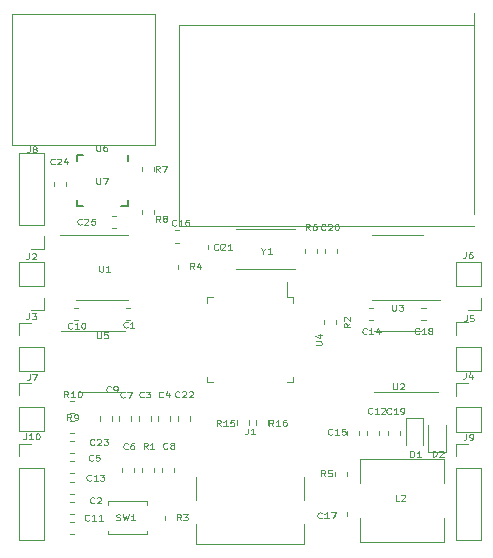
<source format=gbr>
%TF.GenerationSoftware,KiCad,Pcbnew,(5.1.6-0-10_14)*%
%TF.CreationDate,2020-10-29T20:17:36+08:00*%
%TF.ProjectId,QuadoFly,51756164-6f46-46c7-992e-6b696361645f,rev?*%
%TF.SameCoordinates,Original*%
%TF.FileFunction,Legend,Top*%
%TF.FilePolarity,Positive*%
%FSLAX46Y46*%
G04 Gerber Fmt 4.6, Leading zero omitted, Abs format (unit mm)*
G04 Created by KiCad (PCBNEW (5.1.6-0-10_14)) date 2020-10-29 20:17:36*
%MOMM*%
%LPD*%
G01*
G04 APERTURE LIST*
%ADD10C,0.050000*%
%ADD11C,0.120000*%
%ADD12C,0.150000*%
%ADD13C,0.100000*%
G04 APERTURE END LIST*
D10*
X114000000Y-101000000D02*
X114000000Y-118000000D01*
X114000000Y-101000000D02*
X139000000Y-101000000D01*
X139000000Y-100000000D02*
X139000000Y-117000000D01*
X114000000Y-118000000D02*
X139000000Y-118000000D01*
D11*
%TO.C,J10*%
X100440000Y-136440000D02*
X101500000Y-136440000D01*
X100440000Y-137500000D02*
X100440000Y-136440000D01*
X100440000Y-138500000D02*
X102560000Y-138500000D01*
X102560000Y-138500000D02*
X102560000Y-144560000D01*
X100440000Y-138500000D02*
X100440000Y-144560000D01*
X100440000Y-144560000D02*
X102560000Y-144560000D01*
%TO.C,J9*%
X137440000Y-136440000D02*
X138500000Y-136440000D01*
X137440000Y-137500000D02*
X137440000Y-136440000D01*
X137440000Y-138500000D02*
X139560000Y-138500000D01*
X139560000Y-138500000D02*
X139560000Y-144560000D01*
X137440000Y-138500000D02*
X137440000Y-144560000D01*
X137440000Y-144560000D02*
X139560000Y-144560000D01*
%TO.C,J3*%
X100440000Y-126190000D02*
X101500000Y-126190000D01*
X100440000Y-127250000D02*
X100440000Y-126190000D01*
X100440000Y-128250000D02*
X102560000Y-128250000D01*
X102560000Y-128250000D02*
X102560000Y-130310000D01*
X100440000Y-128250000D02*
X100440000Y-130310000D01*
X100440000Y-130310000D02*
X102560000Y-130310000D01*
%TO.C,J2*%
X102560000Y-125160000D02*
X101500000Y-125160000D01*
X102560000Y-124100000D02*
X102560000Y-125160000D01*
X102560000Y-123100000D02*
X100440000Y-123100000D01*
X100440000Y-123100000D02*
X100440000Y-121040000D01*
X102560000Y-123100000D02*
X102560000Y-121040000D01*
X102560000Y-121040000D02*
X100440000Y-121040000D01*
%TO.C,J7*%
X100440000Y-135393332D02*
X102560000Y-135393332D01*
X100440000Y-133333332D02*
X100440000Y-135393332D01*
X102560000Y-133333332D02*
X102560000Y-135393332D01*
X100440000Y-133333332D02*
X102560000Y-133333332D01*
X100440000Y-132333332D02*
X100440000Y-131273332D01*
X100440000Y-131273332D02*
X101500000Y-131273332D01*
%TO.C,Y1*%
X123794666Y-121660000D02*
X118794666Y-121660000D01*
X123794666Y-118240000D02*
X118794666Y-118240000D01*
%TO.C,U7*%
X112000000Y-111150000D02*
X99900000Y-111150000D01*
X99900000Y-100050000D02*
X99900000Y-111150000D01*
X112000000Y-100050000D02*
X112000000Y-111150000D01*
X99900000Y-100050000D02*
X112000000Y-100050000D01*
D12*
%TO.C,U6*%
X109650000Y-116300000D02*
X109125000Y-116300000D01*
X105350000Y-112000000D02*
X105875000Y-112000000D01*
X105350000Y-116300000D02*
X105875000Y-116300000D01*
X109650000Y-112000000D02*
X109650000Y-112525000D01*
X105350000Y-112000000D02*
X105350000Y-112525000D01*
X105350000Y-116300000D02*
X105350000Y-115775000D01*
X109650000Y-116300000D02*
X109650000Y-115775000D01*
D11*
%TO.C,U5*%
X107500000Y-132060000D02*
X109450000Y-132060000D01*
X107500000Y-132060000D02*
X105550000Y-132060000D01*
X107500000Y-126940000D02*
X109450000Y-126940000D01*
X107500000Y-126940000D02*
X104050000Y-126940000D01*
%TO.C,U4*%
X116390000Y-130810000D02*
X116390000Y-131260000D01*
X116390000Y-131260000D02*
X116840000Y-131260000D01*
X116390000Y-124490000D02*
X116390000Y-124040000D01*
X116390000Y-124040000D02*
X116840000Y-124040000D01*
X123610000Y-130810000D02*
X123610000Y-131260000D01*
X123610000Y-131260000D02*
X123160000Y-131260000D01*
X123610000Y-124490000D02*
X123610000Y-124040000D01*
X123610000Y-124040000D02*
X123160000Y-124040000D01*
X123160000Y-124040000D02*
X123160000Y-122750000D01*
%TO.C,U3*%
X132500000Y-118765000D02*
X130300000Y-118765000D01*
X132500000Y-118765000D02*
X134700000Y-118765000D01*
X132500000Y-124235000D02*
X130300000Y-124235000D01*
X132500000Y-124235000D02*
X136100000Y-124235000D01*
%TO.C,U2*%
X132500000Y-126940000D02*
X130550000Y-126940000D01*
X132500000Y-126940000D02*
X134450000Y-126940000D01*
X132500000Y-132060000D02*
X130550000Y-132060000D01*
X132500000Y-132060000D02*
X135950000Y-132060000D01*
%TO.C,U1*%
X107500000Y-124235000D02*
X109700000Y-124235000D01*
X107500000Y-124235000D02*
X105300000Y-124235000D01*
X107500000Y-118765000D02*
X109700000Y-118765000D01*
X107500000Y-118765000D02*
X103900000Y-118765000D01*
%TO.C,SW1*%
X111300000Y-141600000D02*
X111300000Y-141300000D01*
X111300000Y-141300000D02*
X108000000Y-141300000D01*
X108000000Y-141300000D02*
X108000000Y-141600000D01*
X111300000Y-143800000D02*
X111300000Y-144100000D01*
X111300000Y-144100000D02*
X108000000Y-144100000D01*
X108000000Y-144100000D02*
X108000000Y-143800000D01*
%TO.C,R16*%
X121560000Y-134478733D02*
X121560000Y-134821267D01*
X120540000Y-134478733D02*
X120540000Y-134821267D01*
%TO.C,R15*%
X118940000Y-134821267D02*
X118940000Y-134478733D01*
X119960000Y-134821267D02*
X119960000Y-134478733D01*
%TO.C,R10*%
X105121267Y-133810000D02*
X104778733Y-133810000D01*
X105121267Y-132790000D02*
X104778733Y-132790000D01*
%TO.C,R9*%
X104778733Y-134505500D02*
X105121267Y-134505500D01*
X104778733Y-135525500D02*
X105121267Y-135525500D01*
%TO.C,R8*%
X110840000Y-116971267D02*
X110840000Y-116628733D01*
X111860000Y-116971267D02*
X111860000Y-116628733D01*
%TO.C,R7*%
X111860000Y-112978733D02*
X111860000Y-113321267D01*
X110840000Y-112978733D02*
X110840000Y-113321267D01*
%TO.C,R6*%
X124640000Y-120321267D02*
X124640000Y-119978733D01*
X125660000Y-120321267D02*
X125660000Y-119978733D01*
%TO.C,R5*%
X127190000Y-139146267D02*
X127190000Y-138803733D01*
X128210000Y-139146267D02*
X128210000Y-138803733D01*
%TO.C,R4*%
X114910000Y-121303733D02*
X114910000Y-121646267D01*
X113890000Y-121303733D02*
X113890000Y-121646267D01*
%TO.C,R3*%
X112790000Y-142871267D02*
X112790000Y-142528733D01*
X113810000Y-142871267D02*
X113810000Y-142528733D01*
%TO.C,R2*%
X127310000Y-125978733D02*
X127310000Y-126321267D01*
X126290000Y-125978733D02*
X126290000Y-126321267D01*
%TO.C,R1*%
X111885000Y-138478733D02*
X111885000Y-138821267D01*
X110865000Y-138478733D02*
X110865000Y-138821267D01*
%TO.C,L2*%
X136400000Y-139750000D02*
X136400000Y-137700000D01*
X136400000Y-137700000D02*
X129300000Y-137700000D01*
X129300000Y-137700000D02*
X129300000Y-139750000D01*
X136400000Y-142750000D02*
X136400000Y-144800000D01*
X136400000Y-144800000D02*
X129300000Y-144800000D01*
X129300000Y-144800000D02*
X129300000Y-142750000D01*
%TO.C,J8*%
X102560000Y-111840000D02*
X100440000Y-111840000D01*
X102560000Y-117900000D02*
X102560000Y-111840000D01*
X100440000Y-117900000D02*
X100440000Y-111840000D01*
X102560000Y-117900000D02*
X100440000Y-117900000D01*
X102560000Y-118900000D02*
X102560000Y-119960000D01*
X102560000Y-119960000D02*
X101500000Y-119960000D01*
%TO.C,J6*%
X139560000Y-121040000D02*
X137440000Y-121040000D01*
X139560000Y-123100000D02*
X139560000Y-121040000D01*
X137440000Y-123100000D02*
X137440000Y-121040000D01*
X139560000Y-123100000D02*
X137440000Y-123100000D01*
X139560000Y-124100000D02*
X139560000Y-125160000D01*
X139560000Y-125160000D02*
X138500000Y-125160000D01*
%TO.C,J5*%
X137440000Y-130293333D02*
X139560000Y-130293333D01*
X137440000Y-128233333D02*
X137440000Y-130293333D01*
X139560000Y-128233333D02*
X139560000Y-130293333D01*
X137440000Y-128233333D02*
X139560000Y-128233333D01*
X137440000Y-127233333D02*
X137440000Y-126173333D01*
X137440000Y-126173333D02*
X138500000Y-126173333D01*
%TO.C,J4*%
X137440000Y-135426666D02*
X139560000Y-135426666D01*
X137440000Y-133366666D02*
X137440000Y-135426666D01*
X139560000Y-133366666D02*
X139560000Y-135426666D01*
X137440000Y-133366666D02*
X139560000Y-133366666D01*
X137440000Y-132366666D02*
X137440000Y-131306666D01*
X137440000Y-131306666D02*
X138500000Y-131306666D01*
%TO.C,J1*%
X115420000Y-139300000D02*
X115420000Y-141220000D01*
X124580000Y-141220000D02*
X124580000Y-139300000D01*
X124580000Y-143230000D02*
X124580000Y-144935000D01*
X115420000Y-144935000D02*
X115420000Y-143230000D01*
X124580000Y-144935000D02*
X115420000Y-144935000D01*
%TO.C,D2*%
X134685000Y-136520000D02*
X134685000Y-134235000D01*
X134685000Y-134235000D02*
X133215000Y-134235000D01*
X133215000Y-134235000D02*
X133215000Y-136520000D01*
%TO.C,D1*%
X135115000Y-134880000D02*
X135115000Y-137165000D01*
X135115000Y-137165000D02*
X136585000Y-137165000D01*
X136585000Y-137165000D02*
X136585000Y-134880000D01*
%TO.C,C25*%
X108671267Y-118210000D02*
X108328733Y-118210000D01*
X108671267Y-117190000D02*
X108328733Y-117190000D01*
%TO.C,C24*%
X103390000Y-114621267D02*
X103390000Y-114278733D01*
X104410000Y-114621267D02*
X104410000Y-114278733D01*
%TO.C,C23*%
X105121267Y-137241000D02*
X104778733Y-137241000D01*
X105121267Y-136221000D02*
X104778733Y-136221000D01*
%TO.C,C22*%
X114908000Y-134140733D02*
X114908000Y-134483267D01*
X113888000Y-134140733D02*
X113888000Y-134483267D01*
%TO.C,C21*%
X117460000Y-119578733D02*
X117460000Y-119921267D01*
X116440000Y-119578733D02*
X116440000Y-119921267D01*
%TO.C,C20*%
X126340000Y-120321267D02*
X126340000Y-119978733D01*
X127360000Y-120321267D02*
X127360000Y-119978733D01*
%TO.C,C19*%
X132710000Y-135403733D02*
X132710000Y-135746267D01*
X131690000Y-135403733D02*
X131690000Y-135746267D01*
%TO.C,C18*%
X134871267Y-126010000D02*
X134528733Y-126010000D01*
X134871267Y-124990000D02*
X134528733Y-124990000D01*
%TO.C,C17*%
X127190000Y-142596267D02*
X127190000Y-142253733D01*
X128210000Y-142596267D02*
X128210000Y-142253733D01*
%TO.C,C16*%
X113996267Y-119410000D02*
X113653733Y-119410000D01*
X113996267Y-118390000D02*
X113653733Y-118390000D01*
%TO.C,C15*%
X128190000Y-135721267D02*
X128190000Y-135378733D01*
X129210000Y-135721267D02*
X129210000Y-135378733D01*
%TO.C,C14*%
X130446267Y-126010000D02*
X130103733Y-126010000D01*
X130446267Y-124990000D02*
X130103733Y-124990000D01*
%TO.C,C13*%
X104778733Y-139646000D02*
X105121267Y-139646000D01*
X104778733Y-140666000D02*
X105121267Y-140666000D01*
%TO.C,C12*%
X130960000Y-135378733D02*
X130960000Y-135721267D01*
X129940000Y-135378733D02*
X129940000Y-135721267D01*
%TO.C,C11*%
X104778733Y-143096000D02*
X105121267Y-143096000D01*
X104778733Y-144116000D02*
X105121267Y-144116000D01*
%TO.C,C10*%
X105128733Y-124990000D02*
X105471267Y-124990000D01*
X105128733Y-126010000D02*
X105471267Y-126010000D01*
%TO.C,C9*%
X108308000Y-134140733D02*
X108308000Y-134483267D01*
X107288000Y-134140733D02*
X107288000Y-134483267D01*
%TO.C,C8*%
X113560000Y-138478733D02*
X113560000Y-138821267D01*
X112540000Y-138478733D02*
X112540000Y-138821267D01*
%TO.C,C7*%
X109958000Y-134140733D02*
X109958000Y-134483267D01*
X108938000Y-134140733D02*
X108938000Y-134483267D01*
%TO.C,C6*%
X109190000Y-138821267D02*
X109190000Y-138478733D01*
X110210000Y-138821267D02*
X110210000Y-138478733D01*
%TO.C,C5*%
X104778733Y-137921000D02*
X105121267Y-137921000D01*
X104778733Y-138941000D02*
X105121267Y-138941000D01*
%TO.C,C4*%
X113258000Y-134140733D02*
X113258000Y-134483267D01*
X112238000Y-134140733D02*
X112238000Y-134483267D01*
%TO.C,C3*%
X111608000Y-134140733D02*
X111608000Y-134483267D01*
X110588000Y-134140733D02*
X110588000Y-134483267D01*
%TO.C,C2*%
X104778733Y-141371000D02*
X105121267Y-141371000D01*
X104778733Y-142391000D02*
X105121267Y-142391000D01*
%TO.C,C1*%
X109528733Y-124990000D02*
X109871267Y-124990000D01*
X109528733Y-126010000D02*
X109871267Y-126010000D01*
%TO.C,J10*%
D13*
X101039285Y-135576190D02*
X101039285Y-135933333D01*
X101010714Y-136004761D01*
X100953571Y-136052380D01*
X100867857Y-136076190D01*
X100810714Y-136076190D01*
X101639285Y-136076190D02*
X101296428Y-136076190D01*
X101467857Y-136076190D02*
X101467857Y-135576190D01*
X101410714Y-135647619D01*
X101353571Y-135695238D01*
X101296428Y-135719047D01*
X102010714Y-135576190D02*
X102067857Y-135576190D01*
X102125000Y-135600000D01*
X102153571Y-135623809D01*
X102182142Y-135671428D01*
X102210714Y-135766666D01*
X102210714Y-135885714D01*
X102182142Y-135980952D01*
X102153571Y-136028571D01*
X102125000Y-136052380D01*
X102067857Y-136076190D01*
X102010714Y-136076190D01*
X101953571Y-136052380D01*
X101925000Y-136028571D01*
X101896428Y-135980952D01*
X101867857Y-135885714D01*
X101867857Y-135766666D01*
X101896428Y-135671428D01*
X101925000Y-135623809D01*
X101953571Y-135600000D01*
X102010714Y-135576190D01*
%TO.C,J9*%
X138325000Y-135626190D02*
X138325000Y-135983333D01*
X138296428Y-136054761D01*
X138239285Y-136102380D01*
X138153571Y-136126190D01*
X138096428Y-136126190D01*
X138639285Y-136126190D02*
X138753571Y-136126190D01*
X138810714Y-136102380D01*
X138839285Y-136078571D01*
X138896428Y-136007142D01*
X138925000Y-135911904D01*
X138925000Y-135721428D01*
X138896428Y-135673809D01*
X138867857Y-135650000D01*
X138810714Y-135626190D01*
X138696428Y-135626190D01*
X138639285Y-135650000D01*
X138610714Y-135673809D01*
X138582142Y-135721428D01*
X138582142Y-135840476D01*
X138610714Y-135888095D01*
X138639285Y-135911904D01*
X138696428Y-135935714D01*
X138810714Y-135935714D01*
X138867857Y-135911904D01*
X138896428Y-135888095D01*
X138925000Y-135840476D01*
%TO.C,J3*%
X101300000Y-125401190D02*
X101300000Y-125758333D01*
X101271428Y-125829761D01*
X101214285Y-125877380D01*
X101128571Y-125901190D01*
X101071428Y-125901190D01*
X101528571Y-125401190D02*
X101900000Y-125401190D01*
X101700000Y-125591666D01*
X101785714Y-125591666D01*
X101842857Y-125615476D01*
X101871428Y-125639285D01*
X101900000Y-125686904D01*
X101900000Y-125805952D01*
X101871428Y-125853571D01*
X101842857Y-125877380D01*
X101785714Y-125901190D01*
X101614285Y-125901190D01*
X101557142Y-125877380D01*
X101528571Y-125853571D01*
%TO.C,J2*%
X101300000Y-120326190D02*
X101300000Y-120683333D01*
X101271428Y-120754761D01*
X101214285Y-120802380D01*
X101128571Y-120826190D01*
X101071428Y-120826190D01*
X101557142Y-120373809D02*
X101585714Y-120350000D01*
X101642857Y-120326190D01*
X101785714Y-120326190D01*
X101842857Y-120350000D01*
X101871428Y-120373809D01*
X101900000Y-120421428D01*
X101900000Y-120469047D01*
X101871428Y-120540476D01*
X101528571Y-120826190D01*
X101900000Y-120826190D01*
%TO.C,J7*%
X101350000Y-130576190D02*
X101350000Y-130933333D01*
X101321428Y-131004761D01*
X101264285Y-131052380D01*
X101178571Y-131076190D01*
X101121428Y-131076190D01*
X101578571Y-130576190D02*
X101978571Y-130576190D01*
X101721428Y-131076190D01*
%TO.C,Y1*%
X121139285Y-120113095D02*
X121139285Y-120351190D01*
X120939285Y-119851190D02*
X121139285Y-120113095D01*
X121339285Y-119851190D01*
X121853571Y-120351190D02*
X121510714Y-120351190D01*
X121682142Y-120351190D02*
X121682142Y-119851190D01*
X121625000Y-119922619D01*
X121567857Y-119970238D01*
X121510714Y-119994047D01*
%TO.C,U7*%
X106992857Y-113951190D02*
X106992857Y-114355952D01*
X107021428Y-114403571D01*
X107050000Y-114427380D01*
X107107142Y-114451190D01*
X107221428Y-114451190D01*
X107278571Y-114427380D01*
X107307142Y-114403571D01*
X107335714Y-114355952D01*
X107335714Y-113951190D01*
X107564285Y-113951190D02*
X107964285Y-113951190D01*
X107707142Y-114451190D01*
%TO.C,U6*%
X106992857Y-111151190D02*
X106992857Y-111555952D01*
X107021428Y-111603571D01*
X107050000Y-111627380D01*
X107107142Y-111651190D01*
X107221428Y-111651190D01*
X107278571Y-111627380D01*
X107307142Y-111603571D01*
X107335714Y-111555952D01*
X107335714Y-111151190D01*
X107878571Y-111151190D02*
X107764285Y-111151190D01*
X107707142Y-111175000D01*
X107678571Y-111198809D01*
X107621428Y-111270238D01*
X107592857Y-111365476D01*
X107592857Y-111555952D01*
X107621428Y-111603571D01*
X107650000Y-111627380D01*
X107707142Y-111651190D01*
X107821428Y-111651190D01*
X107878571Y-111627380D01*
X107907142Y-111603571D01*
X107935714Y-111555952D01*
X107935714Y-111436904D01*
X107907142Y-111389285D01*
X107878571Y-111365476D01*
X107821428Y-111341666D01*
X107707142Y-111341666D01*
X107650000Y-111365476D01*
X107621428Y-111389285D01*
X107592857Y-111436904D01*
%TO.C,U5*%
X107042857Y-127001190D02*
X107042857Y-127405952D01*
X107071428Y-127453571D01*
X107100000Y-127477380D01*
X107157142Y-127501190D01*
X107271428Y-127501190D01*
X107328571Y-127477380D01*
X107357142Y-127453571D01*
X107385714Y-127405952D01*
X107385714Y-127001190D01*
X107957142Y-127001190D02*
X107671428Y-127001190D01*
X107642857Y-127239285D01*
X107671428Y-127215476D01*
X107728571Y-127191666D01*
X107871428Y-127191666D01*
X107928571Y-127215476D01*
X107957142Y-127239285D01*
X107985714Y-127286904D01*
X107985714Y-127405952D01*
X107957142Y-127453571D01*
X107928571Y-127477380D01*
X107871428Y-127501190D01*
X107728571Y-127501190D01*
X107671428Y-127477380D01*
X107642857Y-127453571D01*
%TO.C,U4*%
X125576190Y-128107142D02*
X125980952Y-128107142D01*
X126028571Y-128078571D01*
X126052380Y-128050000D01*
X126076190Y-127992857D01*
X126076190Y-127878571D01*
X126052380Y-127821428D01*
X126028571Y-127792857D01*
X125980952Y-127764285D01*
X125576190Y-127764285D01*
X125742857Y-127221428D02*
X126076190Y-127221428D01*
X125552380Y-127364285D02*
X125909523Y-127507142D01*
X125909523Y-127135714D01*
%TO.C,U3*%
X132042857Y-124676190D02*
X132042857Y-125080952D01*
X132071428Y-125128571D01*
X132100000Y-125152380D01*
X132157142Y-125176190D01*
X132271428Y-125176190D01*
X132328571Y-125152380D01*
X132357142Y-125128571D01*
X132385714Y-125080952D01*
X132385714Y-124676190D01*
X132614285Y-124676190D02*
X132985714Y-124676190D01*
X132785714Y-124866666D01*
X132871428Y-124866666D01*
X132928571Y-124890476D01*
X132957142Y-124914285D01*
X132985714Y-124961904D01*
X132985714Y-125080952D01*
X132957142Y-125128571D01*
X132928571Y-125152380D01*
X132871428Y-125176190D01*
X132700000Y-125176190D01*
X132642857Y-125152380D01*
X132614285Y-125128571D01*
%TO.C,U2*%
X132117857Y-131326190D02*
X132117857Y-131730952D01*
X132146428Y-131778571D01*
X132175000Y-131802380D01*
X132232142Y-131826190D01*
X132346428Y-131826190D01*
X132403571Y-131802380D01*
X132432142Y-131778571D01*
X132460714Y-131730952D01*
X132460714Y-131326190D01*
X132717857Y-131373809D02*
X132746428Y-131350000D01*
X132803571Y-131326190D01*
X132946428Y-131326190D01*
X133003571Y-131350000D01*
X133032142Y-131373809D01*
X133060714Y-131421428D01*
X133060714Y-131469047D01*
X133032142Y-131540476D01*
X132689285Y-131826190D01*
X133060714Y-131826190D01*
%TO.C,U1*%
X107242857Y-121376190D02*
X107242857Y-121780952D01*
X107271428Y-121828571D01*
X107300000Y-121852380D01*
X107357142Y-121876190D01*
X107471428Y-121876190D01*
X107528571Y-121852380D01*
X107557142Y-121828571D01*
X107585714Y-121780952D01*
X107585714Y-121376190D01*
X108185714Y-121876190D02*
X107842857Y-121876190D01*
X108014285Y-121876190D02*
X108014285Y-121376190D01*
X107957142Y-121447619D01*
X107900000Y-121495238D01*
X107842857Y-121519047D01*
%TO.C,SW1*%
X108700000Y-142902380D02*
X108785714Y-142926190D01*
X108928571Y-142926190D01*
X108985714Y-142902380D01*
X109014285Y-142878571D01*
X109042857Y-142830952D01*
X109042857Y-142783333D01*
X109014285Y-142735714D01*
X108985714Y-142711904D01*
X108928571Y-142688095D01*
X108814285Y-142664285D01*
X108757142Y-142640476D01*
X108728571Y-142616666D01*
X108700000Y-142569047D01*
X108700000Y-142521428D01*
X108728571Y-142473809D01*
X108757142Y-142450000D01*
X108814285Y-142426190D01*
X108957142Y-142426190D01*
X109042857Y-142450000D01*
X109242857Y-142426190D02*
X109385714Y-142926190D01*
X109500000Y-142569047D01*
X109614285Y-142926190D01*
X109757142Y-142426190D01*
X110300000Y-142926190D02*
X109957142Y-142926190D01*
X110128571Y-142926190D02*
X110128571Y-142426190D01*
X110071428Y-142497619D01*
X110014285Y-142545238D01*
X109957142Y-142569047D01*
%TO.C,R16*%
X121989285Y-134926190D02*
X121789285Y-134688095D01*
X121646428Y-134926190D02*
X121646428Y-134426190D01*
X121875000Y-134426190D01*
X121932142Y-134450000D01*
X121960714Y-134473809D01*
X121989285Y-134521428D01*
X121989285Y-134592857D01*
X121960714Y-134640476D01*
X121932142Y-134664285D01*
X121875000Y-134688095D01*
X121646428Y-134688095D01*
X122560714Y-134926190D02*
X122217857Y-134926190D01*
X122389285Y-134926190D02*
X122389285Y-134426190D01*
X122332142Y-134497619D01*
X122275000Y-134545238D01*
X122217857Y-134569047D01*
X123075000Y-134426190D02*
X122960714Y-134426190D01*
X122903571Y-134450000D01*
X122875000Y-134473809D01*
X122817857Y-134545238D01*
X122789285Y-134640476D01*
X122789285Y-134830952D01*
X122817857Y-134878571D01*
X122846428Y-134902380D01*
X122903571Y-134926190D01*
X123017857Y-134926190D01*
X123075000Y-134902380D01*
X123103571Y-134878571D01*
X123132142Y-134830952D01*
X123132142Y-134711904D01*
X123103571Y-134664285D01*
X123075000Y-134640476D01*
X123017857Y-134616666D01*
X122903571Y-134616666D01*
X122846428Y-134640476D01*
X122817857Y-134664285D01*
X122789285Y-134711904D01*
%TO.C,R15*%
X117539285Y-134951190D02*
X117339285Y-134713095D01*
X117196428Y-134951190D02*
X117196428Y-134451190D01*
X117425000Y-134451190D01*
X117482142Y-134475000D01*
X117510714Y-134498809D01*
X117539285Y-134546428D01*
X117539285Y-134617857D01*
X117510714Y-134665476D01*
X117482142Y-134689285D01*
X117425000Y-134713095D01*
X117196428Y-134713095D01*
X118110714Y-134951190D02*
X117767857Y-134951190D01*
X117939285Y-134951190D02*
X117939285Y-134451190D01*
X117882142Y-134522619D01*
X117825000Y-134570238D01*
X117767857Y-134594047D01*
X118653571Y-134451190D02*
X118367857Y-134451190D01*
X118339285Y-134689285D01*
X118367857Y-134665476D01*
X118425000Y-134641666D01*
X118567857Y-134641666D01*
X118625000Y-134665476D01*
X118653571Y-134689285D01*
X118682142Y-134736904D01*
X118682142Y-134855952D01*
X118653571Y-134903571D01*
X118625000Y-134927380D01*
X118567857Y-134951190D01*
X118425000Y-134951190D01*
X118367857Y-134927380D01*
X118339285Y-134903571D01*
%TO.C,R10*%
X104614285Y-132501190D02*
X104414285Y-132263095D01*
X104271428Y-132501190D02*
X104271428Y-132001190D01*
X104500000Y-132001190D01*
X104557142Y-132025000D01*
X104585714Y-132048809D01*
X104614285Y-132096428D01*
X104614285Y-132167857D01*
X104585714Y-132215476D01*
X104557142Y-132239285D01*
X104500000Y-132263095D01*
X104271428Y-132263095D01*
X105185714Y-132501190D02*
X104842857Y-132501190D01*
X105014285Y-132501190D02*
X105014285Y-132001190D01*
X104957142Y-132072619D01*
X104900000Y-132120238D01*
X104842857Y-132144047D01*
X105557142Y-132001190D02*
X105614285Y-132001190D01*
X105671428Y-132025000D01*
X105700000Y-132048809D01*
X105728571Y-132096428D01*
X105757142Y-132191666D01*
X105757142Y-132310714D01*
X105728571Y-132405952D01*
X105700000Y-132453571D01*
X105671428Y-132477380D01*
X105614285Y-132501190D01*
X105557142Y-132501190D01*
X105500000Y-132477380D01*
X105471428Y-132453571D01*
X105442857Y-132405952D01*
X105414285Y-132310714D01*
X105414285Y-132191666D01*
X105442857Y-132096428D01*
X105471428Y-132048809D01*
X105500000Y-132025000D01*
X105557142Y-132001190D01*
%TO.C,R9*%
X104875000Y-134451190D02*
X104675000Y-134213095D01*
X104532142Y-134451190D02*
X104532142Y-133951190D01*
X104760714Y-133951190D01*
X104817857Y-133975000D01*
X104846428Y-133998809D01*
X104875000Y-134046428D01*
X104875000Y-134117857D01*
X104846428Y-134165476D01*
X104817857Y-134189285D01*
X104760714Y-134213095D01*
X104532142Y-134213095D01*
X105160714Y-134451190D02*
X105275000Y-134451190D01*
X105332142Y-134427380D01*
X105360714Y-134403571D01*
X105417857Y-134332142D01*
X105446428Y-134236904D01*
X105446428Y-134046428D01*
X105417857Y-133998809D01*
X105389285Y-133975000D01*
X105332142Y-133951190D01*
X105217857Y-133951190D01*
X105160714Y-133975000D01*
X105132142Y-133998809D01*
X105103571Y-134046428D01*
X105103571Y-134165476D01*
X105132142Y-134213095D01*
X105160714Y-134236904D01*
X105217857Y-134260714D01*
X105332142Y-134260714D01*
X105389285Y-134236904D01*
X105417857Y-134213095D01*
X105446428Y-134165476D01*
%TO.C,R8*%
X112425000Y-117651190D02*
X112225000Y-117413095D01*
X112082142Y-117651190D02*
X112082142Y-117151190D01*
X112310714Y-117151190D01*
X112367857Y-117175000D01*
X112396428Y-117198809D01*
X112425000Y-117246428D01*
X112425000Y-117317857D01*
X112396428Y-117365476D01*
X112367857Y-117389285D01*
X112310714Y-117413095D01*
X112082142Y-117413095D01*
X112767857Y-117365476D02*
X112710714Y-117341666D01*
X112682142Y-117317857D01*
X112653571Y-117270238D01*
X112653571Y-117246428D01*
X112682142Y-117198809D01*
X112710714Y-117175000D01*
X112767857Y-117151190D01*
X112882142Y-117151190D01*
X112939285Y-117175000D01*
X112967857Y-117198809D01*
X112996428Y-117246428D01*
X112996428Y-117270238D01*
X112967857Y-117317857D01*
X112939285Y-117341666D01*
X112882142Y-117365476D01*
X112767857Y-117365476D01*
X112710714Y-117389285D01*
X112682142Y-117413095D01*
X112653571Y-117460714D01*
X112653571Y-117555952D01*
X112682142Y-117603571D01*
X112710714Y-117627380D01*
X112767857Y-117651190D01*
X112882142Y-117651190D01*
X112939285Y-117627380D01*
X112967857Y-117603571D01*
X112996428Y-117555952D01*
X112996428Y-117460714D01*
X112967857Y-117413095D01*
X112939285Y-117389285D01*
X112882142Y-117365476D01*
%TO.C,R7*%
X112375000Y-113401190D02*
X112175000Y-113163095D01*
X112032142Y-113401190D02*
X112032142Y-112901190D01*
X112260714Y-112901190D01*
X112317857Y-112925000D01*
X112346428Y-112948809D01*
X112375000Y-112996428D01*
X112375000Y-113067857D01*
X112346428Y-113115476D01*
X112317857Y-113139285D01*
X112260714Y-113163095D01*
X112032142Y-113163095D01*
X112575000Y-112901190D02*
X112975000Y-112901190D01*
X112717857Y-113401190D01*
%TO.C,R6*%
X125075000Y-118351190D02*
X124875000Y-118113095D01*
X124732142Y-118351190D02*
X124732142Y-117851190D01*
X124960714Y-117851190D01*
X125017857Y-117875000D01*
X125046428Y-117898809D01*
X125075000Y-117946428D01*
X125075000Y-118017857D01*
X125046428Y-118065476D01*
X125017857Y-118089285D01*
X124960714Y-118113095D01*
X124732142Y-118113095D01*
X125589285Y-117851190D02*
X125475000Y-117851190D01*
X125417857Y-117875000D01*
X125389285Y-117898809D01*
X125332142Y-117970238D01*
X125303571Y-118065476D01*
X125303571Y-118255952D01*
X125332142Y-118303571D01*
X125360714Y-118327380D01*
X125417857Y-118351190D01*
X125532142Y-118351190D01*
X125589285Y-118327380D01*
X125617857Y-118303571D01*
X125646428Y-118255952D01*
X125646428Y-118136904D01*
X125617857Y-118089285D01*
X125589285Y-118065476D01*
X125532142Y-118041666D01*
X125417857Y-118041666D01*
X125360714Y-118065476D01*
X125332142Y-118089285D01*
X125303571Y-118136904D01*
%TO.C,R5*%
X126400000Y-139201190D02*
X126200000Y-138963095D01*
X126057142Y-139201190D02*
X126057142Y-138701190D01*
X126285714Y-138701190D01*
X126342857Y-138725000D01*
X126371428Y-138748809D01*
X126400000Y-138796428D01*
X126400000Y-138867857D01*
X126371428Y-138915476D01*
X126342857Y-138939285D01*
X126285714Y-138963095D01*
X126057142Y-138963095D01*
X126942857Y-138701190D02*
X126657142Y-138701190D01*
X126628571Y-138939285D01*
X126657142Y-138915476D01*
X126714285Y-138891666D01*
X126857142Y-138891666D01*
X126914285Y-138915476D01*
X126942857Y-138939285D01*
X126971428Y-138986904D01*
X126971428Y-139105952D01*
X126942857Y-139153571D01*
X126914285Y-139177380D01*
X126857142Y-139201190D01*
X126714285Y-139201190D01*
X126657142Y-139177380D01*
X126628571Y-139153571D01*
%TO.C,R4*%
X115300000Y-121651190D02*
X115100000Y-121413095D01*
X114957142Y-121651190D02*
X114957142Y-121151190D01*
X115185714Y-121151190D01*
X115242857Y-121175000D01*
X115271428Y-121198809D01*
X115300000Y-121246428D01*
X115300000Y-121317857D01*
X115271428Y-121365476D01*
X115242857Y-121389285D01*
X115185714Y-121413095D01*
X114957142Y-121413095D01*
X115814285Y-121317857D02*
X115814285Y-121651190D01*
X115671428Y-121127380D02*
X115528571Y-121484523D01*
X115900000Y-121484523D01*
%TO.C,R3*%
X114175000Y-142926190D02*
X113975000Y-142688095D01*
X113832142Y-142926190D02*
X113832142Y-142426190D01*
X114060714Y-142426190D01*
X114117857Y-142450000D01*
X114146428Y-142473809D01*
X114175000Y-142521428D01*
X114175000Y-142592857D01*
X114146428Y-142640476D01*
X114117857Y-142664285D01*
X114060714Y-142688095D01*
X113832142Y-142688095D01*
X114375000Y-142426190D02*
X114746428Y-142426190D01*
X114546428Y-142616666D01*
X114632142Y-142616666D01*
X114689285Y-142640476D01*
X114717857Y-142664285D01*
X114746428Y-142711904D01*
X114746428Y-142830952D01*
X114717857Y-142878571D01*
X114689285Y-142902380D01*
X114632142Y-142926190D01*
X114460714Y-142926190D01*
X114403571Y-142902380D01*
X114375000Y-142878571D01*
%TO.C,R2*%
X128456190Y-126250000D02*
X128218095Y-126450000D01*
X128456190Y-126592857D02*
X127956190Y-126592857D01*
X127956190Y-126364285D01*
X127980000Y-126307142D01*
X128003809Y-126278571D01*
X128051428Y-126250000D01*
X128122857Y-126250000D01*
X128170476Y-126278571D01*
X128194285Y-126307142D01*
X128218095Y-126364285D01*
X128218095Y-126592857D01*
X128003809Y-126021428D02*
X127980000Y-125992857D01*
X127956190Y-125935714D01*
X127956190Y-125792857D01*
X127980000Y-125735714D01*
X128003809Y-125707142D01*
X128051428Y-125678571D01*
X128099047Y-125678571D01*
X128170476Y-125707142D01*
X128456190Y-126050000D01*
X128456190Y-125678571D01*
%TO.C,R1*%
X111350000Y-136876190D02*
X111150000Y-136638095D01*
X111007142Y-136876190D02*
X111007142Y-136376190D01*
X111235714Y-136376190D01*
X111292857Y-136400000D01*
X111321428Y-136423809D01*
X111350000Y-136471428D01*
X111350000Y-136542857D01*
X111321428Y-136590476D01*
X111292857Y-136614285D01*
X111235714Y-136638095D01*
X111007142Y-136638095D01*
X111921428Y-136876190D02*
X111578571Y-136876190D01*
X111750000Y-136876190D02*
X111750000Y-136376190D01*
X111692857Y-136447619D01*
X111635714Y-136495238D01*
X111578571Y-136519047D01*
%TO.C,L2*%
X132650000Y-141276190D02*
X132364285Y-141276190D01*
X132364285Y-140776190D01*
X132821428Y-140823809D02*
X132850000Y-140800000D01*
X132907142Y-140776190D01*
X133050000Y-140776190D01*
X133107142Y-140800000D01*
X133135714Y-140823809D01*
X133164285Y-140871428D01*
X133164285Y-140919047D01*
X133135714Y-140990476D01*
X132792857Y-141276190D01*
X133164285Y-141276190D01*
%TO.C,J8*%
X101350000Y-111276190D02*
X101350000Y-111633333D01*
X101321428Y-111704761D01*
X101264285Y-111752380D01*
X101178571Y-111776190D01*
X101121428Y-111776190D01*
X101721428Y-111490476D02*
X101664285Y-111466666D01*
X101635714Y-111442857D01*
X101607142Y-111395238D01*
X101607142Y-111371428D01*
X101635714Y-111323809D01*
X101664285Y-111300000D01*
X101721428Y-111276190D01*
X101835714Y-111276190D01*
X101892857Y-111300000D01*
X101921428Y-111323809D01*
X101950000Y-111371428D01*
X101950000Y-111395238D01*
X101921428Y-111442857D01*
X101892857Y-111466666D01*
X101835714Y-111490476D01*
X101721428Y-111490476D01*
X101664285Y-111514285D01*
X101635714Y-111538095D01*
X101607142Y-111585714D01*
X101607142Y-111680952D01*
X101635714Y-111728571D01*
X101664285Y-111752380D01*
X101721428Y-111776190D01*
X101835714Y-111776190D01*
X101892857Y-111752380D01*
X101921428Y-111728571D01*
X101950000Y-111680952D01*
X101950000Y-111585714D01*
X101921428Y-111538095D01*
X101892857Y-111514285D01*
X101835714Y-111490476D01*
%TO.C,J6*%
X138275000Y-120226190D02*
X138275000Y-120583333D01*
X138246428Y-120654761D01*
X138189285Y-120702380D01*
X138103571Y-120726190D01*
X138046428Y-120726190D01*
X138817857Y-120226190D02*
X138703571Y-120226190D01*
X138646428Y-120250000D01*
X138617857Y-120273809D01*
X138560714Y-120345238D01*
X138532142Y-120440476D01*
X138532142Y-120630952D01*
X138560714Y-120678571D01*
X138589285Y-120702380D01*
X138646428Y-120726190D01*
X138760714Y-120726190D01*
X138817857Y-120702380D01*
X138846428Y-120678571D01*
X138875000Y-120630952D01*
X138875000Y-120511904D01*
X138846428Y-120464285D01*
X138817857Y-120440476D01*
X138760714Y-120416666D01*
X138646428Y-120416666D01*
X138589285Y-120440476D01*
X138560714Y-120464285D01*
X138532142Y-120511904D01*
%TO.C,J5*%
X138350000Y-125576190D02*
X138350000Y-125933333D01*
X138321428Y-126004761D01*
X138264285Y-126052380D01*
X138178571Y-126076190D01*
X138121428Y-126076190D01*
X138921428Y-125576190D02*
X138635714Y-125576190D01*
X138607142Y-125814285D01*
X138635714Y-125790476D01*
X138692857Y-125766666D01*
X138835714Y-125766666D01*
X138892857Y-125790476D01*
X138921428Y-125814285D01*
X138950000Y-125861904D01*
X138950000Y-125980952D01*
X138921428Y-126028571D01*
X138892857Y-126052380D01*
X138835714Y-126076190D01*
X138692857Y-126076190D01*
X138635714Y-126052380D01*
X138607142Y-126028571D01*
%TO.C,J4*%
X138275000Y-130426190D02*
X138275000Y-130783333D01*
X138246428Y-130854761D01*
X138189285Y-130902380D01*
X138103571Y-130926190D01*
X138046428Y-130926190D01*
X138817857Y-130592857D02*
X138817857Y-130926190D01*
X138675000Y-130402380D02*
X138532142Y-130759523D01*
X138903571Y-130759523D01*
%TO.C,J1*%
X119800000Y-135161190D02*
X119800000Y-135518333D01*
X119771428Y-135589761D01*
X119714285Y-135637380D01*
X119628571Y-135661190D01*
X119571428Y-135661190D01*
X120400000Y-135661190D02*
X120057142Y-135661190D01*
X120228571Y-135661190D02*
X120228571Y-135161190D01*
X120171428Y-135232619D01*
X120114285Y-135280238D01*
X120057142Y-135304047D01*
%TO.C,D2*%
X135482142Y-137551190D02*
X135482142Y-137051190D01*
X135625000Y-137051190D01*
X135710714Y-137075000D01*
X135767857Y-137122619D01*
X135796428Y-137170238D01*
X135825000Y-137265476D01*
X135825000Y-137336904D01*
X135796428Y-137432142D01*
X135767857Y-137479761D01*
X135710714Y-137527380D01*
X135625000Y-137551190D01*
X135482142Y-137551190D01*
X136053571Y-137098809D02*
X136082142Y-137075000D01*
X136139285Y-137051190D01*
X136282142Y-137051190D01*
X136339285Y-137075000D01*
X136367857Y-137098809D01*
X136396428Y-137146428D01*
X136396428Y-137194047D01*
X136367857Y-137265476D01*
X136025000Y-137551190D01*
X136396428Y-137551190D01*
%TO.C,D1*%
X133582142Y-137576190D02*
X133582142Y-137076190D01*
X133725000Y-137076190D01*
X133810714Y-137100000D01*
X133867857Y-137147619D01*
X133896428Y-137195238D01*
X133925000Y-137290476D01*
X133925000Y-137361904D01*
X133896428Y-137457142D01*
X133867857Y-137504761D01*
X133810714Y-137552380D01*
X133725000Y-137576190D01*
X133582142Y-137576190D01*
X134496428Y-137576190D02*
X134153571Y-137576190D01*
X134325000Y-137576190D02*
X134325000Y-137076190D01*
X134267857Y-137147619D01*
X134210714Y-137195238D01*
X134153571Y-137219047D01*
%TO.C,C25*%
X105764285Y-117853571D02*
X105735714Y-117877380D01*
X105650000Y-117901190D01*
X105592857Y-117901190D01*
X105507142Y-117877380D01*
X105450000Y-117829761D01*
X105421428Y-117782142D01*
X105392857Y-117686904D01*
X105392857Y-117615476D01*
X105421428Y-117520238D01*
X105450000Y-117472619D01*
X105507142Y-117425000D01*
X105592857Y-117401190D01*
X105650000Y-117401190D01*
X105735714Y-117425000D01*
X105764285Y-117448809D01*
X105992857Y-117448809D02*
X106021428Y-117425000D01*
X106078571Y-117401190D01*
X106221428Y-117401190D01*
X106278571Y-117425000D01*
X106307142Y-117448809D01*
X106335714Y-117496428D01*
X106335714Y-117544047D01*
X106307142Y-117615476D01*
X105964285Y-117901190D01*
X106335714Y-117901190D01*
X106878571Y-117401190D02*
X106592857Y-117401190D01*
X106564285Y-117639285D01*
X106592857Y-117615476D01*
X106650000Y-117591666D01*
X106792857Y-117591666D01*
X106850000Y-117615476D01*
X106878571Y-117639285D01*
X106907142Y-117686904D01*
X106907142Y-117805952D01*
X106878571Y-117853571D01*
X106850000Y-117877380D01*
X106792857Y-117901190D01*
X106650000Y-117901190D01*
X106592857Y-117877380D01*
X106564285Y-117853571D01*
%TO.C,C24*%
X103464285Y-112753571D02*
X103435714Y-112777380D01*
X103350000Y-112801190D01*
X103292857Y-112801190D01*
X103207142Y-112777380D01*
X103150000Y-112729761D01*
X103121428Y-112682142D01*
X103092857Y-112586904D01*
X103092857Y-112515476D01*
X103121428Y-112420238D01*
X103150000Y-112372619D01*
X103207142Y-112325000D01*
X103292857Y-112301190D01*
X103350000Y-112301190D01*
X103435714Y-112325000D01*
X103464285Y-112348809D01*
X103692857Y-112348809D02*
X103721428Y-112325000D01*
X103778571Y-112301190D01*
X103921428Y-112301190D01*
X103978571Y-112325000D01*
X104007142Y-112348809D01*
X104035714Y-112396428D01*
X104035714Y-112444047D01*
X104007142Y-112515476D01*
X103664285Y-112801190D01*
X104035714Y-112801190D01*
X104550000Y-112467857D02*
X104550000Y-112801190D01*
X104407142Y-112277380D02*
X104264285Y-112634523D01*
X104635714Y-112634523D01*
%TO.C,C23*%
X106839285Y-136503571D02*
X106810714Y-136527380D01*
X106725000Y-136551190D01*
X106667857Y-136551190D01*
X106582142Y-136527380D01*
X106525000Y-136479761D01*
X106496428Y-136432142D01*
X106467857Y-136336904D01*
X106467857Y-136265476D01*
X106496428Y-136170238D01*
X106525000Y-136122619D01*
X106582142Y-136075000D01*
X106667857Y-136051190D01*
X106725000Y-136051190D01*
X106810714Y-136075000D01*
X106839285Y-136098809D01*
X107067857Y-136098809D02*
X107096428Y-136075000D01*
X107153571Y-136051190D01*
X107296428Y-136051190D01*
X107353571Y-136075000D01*
X107382142Y-136098809D01*
X107410714Y-136146428D01*
X107410714Y-136194047D01*
X107382142Y-136265476D01*
X107039285Y-136551190D01*
X107410714Y-136551190D01*
X107610714Y-136051190D02*
X107982142Y-136051190D01*
X107782142Y-136241666D01*
X107867857Y-136241666D01*
X107925000Y-136265476D01*
X107953571Y-136289285D01*
X107982142Y-136336904D01*
X107982142Y-136455952D01*
X107953571Y-136503571D01*
X107925000Y-136527380D01*
X107867857Y-136551190D01*
X107696428Y-136551190D01*
X107639285Y-136527380D01*
X107610714Y-136503571D01*
%TO.C,C22*%
X114039285Y-132453571D02*
X114010714Y-132477380D01*
X113925000Y-132501190D01*
X113867857Y-132501190D01*
X113782142Y-132477380D01*
X113725000Y-132429761D01*
X113696428Y-132382142D01*
X113667857Y-132286904D01*
X113667857Y-132215476D01*
X113696428Y-132120238D01*
X113725000Y-132072619D01*
X113782142Y-132025000D01*
X113867857Y-132001190D01*
X113925000Y-132001190D01*
X114010714Y-132025000D01*
X114039285Y-132048809D01*
X114267857Y-132048809D02*
X114296428Y-132025000D01*
X114353571Y-132001190D01*
X114496428Y-132001190D01*
X114553571Y-132025000D01*
X114582142Y-132048809D01*
X114610714Y-132096428D01*
X114610714Y-132144047D01*
X114582142Y-132215476D01*
X114239285Y-132501190D01*
X114610714Y-132501190D01*
X114839285Y-132048809D02*
X114867857Y-132025000D01*
X114925000Y-132001190D01*
X115067857Y-132001190D01*
X115125000Y-132025000D01*
X115153571Y-132048809D01*
X115182142Y-132096428D01*
X115182142Y-132144047D01*
X115153571Y-132215476D01*
X114810714Y-132501190D01*
X115182142Y-132501190D01*
%TO.C,C21*%
X117314285Y-119978571D02*
X117285714Y-120002380D01*
X117200000Y-120026190D01*
X117142857Y-120026190D01*
X117057142Y-120002380D01*
X117000000Y-119954761D01*
X116971428Y-119907142D01*
X116942857Y-119811904D01*
X116942857Y-119740476D01*
X116971428Y-119645238D01*
X117000000Y-119597619D01*
X117057142Y-119550000D01*
X117142857Y-119526190D01*
X117200000Y-119526190D01*
X117285714Y-119550000D01*
X117314285Y-119573809D01*
X117542857Y-119573809D02*
X117571428Y-119550000D01*
X117628571Y-119526190D01*
X117771428Y-119526190D01*
X117828571Y-119550000D01*
X117857142Y-119573809D01*
X117885714Y-119621428D01*
X117885714Y-119669047D01*
X117857142Y-119740476D01*
X117514285Y-120026190D01*
X117885714Y-120026190D01*
X118457142Y-120026190D02*
X118114285Y-120026190D01*
X118285714Y-120026190D02*
X118285714Y-119526190D01*
X118228571Y-119597619D01*
X118171428Y-119645238D01*
X118114285Y-119669047D01*
%TO.C,C20*%
X126389285Y-118303571D02*
X126360714Y-118327380D01*
X126275000Y-118351190D01*
X126217857Y-118351190D01*
X126132142Y-118327380D01*
X126075000Y-118279761D01*
X126046428Y-118232142D01*
X126017857Y-118136904D01*
X126017857Y-118065476D01*
X126046428Y-117970238D01*
X126075000Y-117922619D01*
X126132142Y-117875000D01*
X126217857Y-117851190D01*
X126275000Y-117851190D01*
X126360714Y-117875000D01*
X126389285Y-117898809D01*
X126617857Y-117898809D02*
X126646428Y-117875000D01*
X126703571Y-117851190D01*
X126846428Y-117851190D01*
X126903571Y-117875000D01*
X126932142Y-117898809D01*
X126960714Y-117946428D01*
X126960714Y-117994047D01*
X126932142Y-118065476D01*
X126589285Y-118351190D01*
X126960714Y-118351190D01*
X127332142Y-117851190D02*
X127389285Y-117851190D01*
X127446428Y-117875000D01*
X127475000Y-117898809D01*
X127503571Y-117946428D01*
X127532142Y-118041666D01*
X127532142Y-118160714D01*
X127503571Y-118255952D01*
X127475000Y-118303571D01*
X127446428Y-118327380D01*
X127389285Y-118351190D01*
X127332142Y-118351190D01*
X127275000Y-118327380D01*
X127246428Y-118303571D01*
X127217857Y-118255952D01*
X127189285Y-118160714D01*
X127189285Y-118041666D01*
X127217857Y-117946428D01*
X127246428Y-117898809D01*
X127275000Y-117875000D01*
X127332142Y-117851190D01*
%TO.C,C19*%
X131939285Y-133878571D02*
X131910714Y-133902380D01*
X131825000Y-133926190D01*
X131767857Y-133926190D01*
X131682142Y-133902380D01*
X131625000Y-133854761D01*
X131596428Y-133807142D01*
X131567857Y-133711904D01*
X131567857Y-133640476D01*
X131596428Y-133545238D01*
X131625000Y-133497619D01*
X131682142Y-133450000D01*
X131767857Y-133426190D01*
X131825000Y-133426190D01*
X131910714Y-133450000D01*
X131939285Y-133473809D01*
X132510714Y-133926190D02*
X132167857Y-133926190D01*
X132339285Y-133926190D02*
X132339285Y-133426190D01*
X132282142Y-133497619D01*
X132225000Y-133545238D01*
X132167857Y-133569047D01*
X132796428Y-133926190D02*
X132910714Y-133926190D01*
X132967857Y-133902380D01*
X132996428Y-133878571D01*
X133053571Y-133807142D01*
X133082142Y-133711904D01*
X133082142Y-133521428D01*
X133053571Y-133473809D01*
X133025000Y-133450000D01*
X132967857Y-133426190D01*
X132853571Y-133426190D01*
X132796428Y-133450000D01*
X132767857Y-133473809D01*
X132739285Y-133521428D01*
X132739285Y-133640476D01*
X132767857Y-133688095D01*
X132796428Y-133711904D01*
X132853571Y-133735714D01*
X132967857Y-133735714D01*
X133025000Y-133711904D01*
X133053571Y-133688095D01*
X133082142Y-133640476D01*
%TO.C,C18*%
X134314285Y-127108571D02*
X134285714Y-127132380D01*
X134200000Y-127156190D01*
X134142857Y-127156190D01*
X134057142Y-127132380D01*
X134000000Y-127084761D01*
X133971428Y-127037142D01*
X133942857Y-126941904D01*
X133942857Y-126870476D01*
X133971428Y-126775238D01*
X134000000Y-126727619D01*
X134057142Y-126680000D01*
X134142857Y-126656190D01*
X134200000Y-126656190D01*
X134285714Y-126680000D01*
X134314285Y-126703809D01*
X134885714Y-127156190D02*
X134542857Y-127156190D01*
X134714285Y-127156190D02*
X134714285Y-126656190D01*
X134657142Y-126727619D01*
X134600000Y-126775238D01*
X134542857Y-126799047D01*
X135228571Y-126870476D02*
X135171428Y-126846666D01*
X135142857Y-126822857D01*
X135114285Y-126775238D01*
X135114285Y-126751428D01*
X135142857Y-126703809D01*
X135171428Y-126680000D01*
X135228571Y-126656190D01*
X135342857Y-126656190D01*
X135400000Y-126680000D01*
X135428571Y-126703809D01*
X135457142Y-126751428D01*
X135457142Y-126775238D01*
X135428571Y-126822857D01*
X135400000Y-126846666D01*
X135342857Y-126870476D01*
X135228571Y-126870476D01*
X135171428Y-126894285D01*
X135142857Y-126918095D01*
X135114285Y-126965714D01*
X135114285Y-127060952D01*
X135142857Y-127108571D01*
X135171428Y-127132380D01*
X135228571Y-127156190D01*
X135342857Y-127156190D01*
X135400000Y-127132380D01*
X135428571Y-127108571D01*
X135457142Y-127060952D01*
X135457142Y-126965714D01*
X135428571Y-126918095D01*
X135400000Y-126894285D01*
X135342857Y-126870476D01*
%TO.C,C17*%
X126089285Y-142703571D02*
X126060714Y-142727380D01*
X125975000Y-142751190D01*
X125917857Y-142751190D01*
X125832142Y-142727380D01*
X125775000Y-142679761D01*
X125746428Y-142632142D01*
X125717857Y-142536904D01*
X125717857Y-142465476D01*
X125746428Y-142370238D01*
X125775000Y-142322619D01*
X125832142Y-142275000D01*
X125917857Y-142251190D01*
X125975000Y-142251190D01*
X126060714Y-142275000D01*
X126089285Y-142298809D01*
X126660714Y-142751190D02*
X126317857Y-142751190D01*
X126489285Y-142751190D02*
X126489285Y-142251190D01*
X126432142Y-142322619D01*
X126375000Y-142370238D01*
X126317857Y-142394047D01*
X126860714Y-142251190D02*
X127260714Y-142251190D01*
X127003571Y-142751190D01*
%TO.C,C16*%
X113739285Y-117928571D02*
X113710714Y-117952380D01*
X113625000Y-117976190D01*
X113567857Y-117976190D01*
X113482142Y-117952380D01*
X113425000Y-117904761D01*
X113396428Y-117857142D01*
X113367857Y-117761904D01*
X113367857Y-117690476D01*
X113396428Y-117595238D01*
X113425000Y-117547619D01*
X113482142Y-117500000D01*
X113567857Y-117476190D01*
X113625000Y-117476190D01*
X113710714Y-117500000D01*
X113739285Y-117523809D01*
X114310714Y-117976190D02*
X113967857Y-117976190D01*
X114139285Y-117976190D02*
X114139285Y-117476190D01*
X114082142Y-117547619D01*
X114025000Y-117595238D01*
X113967857Y-117619047D01*
X114825000Y-117476190D02*
X114710714Y-117476190D01*
X114653571Y-117500000D01*
X114625000Y-117523809D01*
X114567857Y-117595238D01*
X114539285Y-117690476D01*
X114539285Y-117880952D01*
X114567857Y-117928571D01*
X114596428Y-117952380D01*
X114653571Y-117976190D01*
X114767857Y-117976190D01*
X114825000Y-117952380D01*
X114853571Y-117928571D01*
X114882142Y-117880952D01*
X114882142Y-117761904D01*
X114853571Y-117714285D01*
X114825000Y-117690476D01*
X114767857Y-117666666D01*
X114653571Y-117666666D01*
X114596428Y-117690476D01*
X114567857Y-117714285D01*
X114539285Y-117761904D01*
%TO.C,C15*%
X126964285Y-135628571D02*
X126935714Y-135652380D01*
X126850000Y-135676190D01*
X126792857Y-135676190D01*
X126707142Y-135652380D01*
X126650000Y-135604761D01*
X126621428Y-135557142D01*
X126592857Y-135461904D01*
X126592857Y-135390476D01*
X126621428Y-135295238D01*
X126650000Y-135247619D01*
X126707142Y-135200000D01*
X126792857Y-135176190D01*
X126850000Y-135176190D01*
X126935714Y-135200000D01*
X126964285Y-135223809D01*
X127535714Y-135676190D02*
X127192857Y-135676190D01*
X127364285Y-135676190D02*
X127364285Y-135176190D01*
X127307142Y-135247619D01*
X127250000Y-135295238D01*
X127192857Y-135319047D01*
X128078571Y-135176190D02*
X127792857Y-135176190D01*
X127764285Y-135414285D01*
X127792857Y-135390476D01*
X127850000Y-135366666D01*
X127992857Y-135366666D01*
X128050000Y-135390476D01*
X128078571Y-135414285D01*
X128107142Y-135461904D01*
X128107142Y-135580952D01*
X128078571Y-135628571D01*
X128050000Y-135652380D01*
X127992857Y-135676190D01*
X127850000Y-135676190D01*
X127792857Y-135652380D01*
X127764285Y-135628571D01*
%TO.C,C14*%
X129889285Y-127108571D02*
X129860714Y-127132380D01*
X129775000Y-127156190D01*
X129717857Y-127156190D01*
X129632142Y-127132380D01*
X129575000Y-127084761D01*
X129546428Y-127037142D01*
X129517857Y-126941904D01*
X129517857Y-126870476D01*
X129546428Y-126775238D01*
X129575000Y-126727619D01*
X129632142Y-126680000D01*
X129717857Y-126656190D01*
X129775000Y-126656190D01*
X129860714Y-126680000D01*
X129889285Y-126703809D01*
X130460714Y-127156190D02*
X130117857Y-127156190D01*
X130289285Y-127156190D02*
X130289285Y-126656190D01*
X130232142Y-126727619D01*
X130175000Y-126775238D01*
X130117857Y-126799047D01*
X130975000Y-126822857D02*
X130975000Y-127156190D01*
X130832142Y-126632380D02*
X130689285Y-126989523D01*
X131060714Y-126989523D01*
%TO.C,C13*%
X106539285Y-139528571D02*
X106510714Y-139552380D01*
X106425000Y-139576190D01*
X106367857Y-139576190D01*
X106282142Y-139552380D01*
X106225000Y-139504761D01*
X106196428Y-139457142D01*
X106167857Y-139361904D01*
X106167857Y-139290476D01*
X106196428Y-139195238D01*
X106225000Y-139147619D01*
X106282142Y-139100000D01*
X106367857Y-139076190D01*
X106425000Y-139076190D01*
X106510714Y-139100000D01*
X106539285Y-139123809D01*
X107110714Y-139576190D02*
X106767857Y-139576190D01*
X106939285Y-139576190D02*
X106939285Y-139076190D01*
X106882142Y-139147619D01*
X106825000Y-139195238D01*
X106767857Y-139219047D01*
X107310714Y-139076190D02*
X107682142Y-139076190D01*
X107482142Y-139266666D01*
X107567857Y-139266666D01*
X107625000Y-139290476D01*
X107653571Y-139314285D01*
X107682142Y-139361904D01*
X107682142Y-139480952D01*
X107653571Y-139528571D01*
X107625000Y-139552380D01*
X107567857Y-139576190D01*
X107396428Y-139576190D01*
X107339285Y-139552380D01*
X107310714Y-139528571D01*
%TO.C,C12*%
X130339285Y-133853571D02*
X130310714Y-133877380D01*
X130225000Y-133901190D01*
X130167857Y-133901190D01*
X130082142Y-133877380D01*
X130025000Y-133829761D01*
X129996428Y-133782142D01*
X129967857Y-133686904D01*
X129967857Y-133615476D01*
X129996428Y-133520238D01*
X130025000Y-133472619D01*
X130082142Y-133425000D01*
X130167857Y-133401190D01*
X130225000Y-133401190D01*
X130310714Y-133425000D01*
X130339285Y-133448809D01*
X130910714Y-133901190D02*
X130567857Y-133901190D01*
X130739285Y-133901190D02*
X130739285Y-133401190D01*
X130682142Y-133472619D01*
X130625000Y-133520238D01*
X130567857Y-133544047D01*
X131139285Y-133448809D02*
X131167857Y-133425000D01*
X131225000Y-133401190D01*
X131367857Y-133401190D01*
X131425000Y-133425000D01*
X131453571Y-133448809D01*
X131482142Y-133496428D01*
X131482142Y-133544047D01*
X131453571Y-133615476D01*
X131110714Y-133901190D01*
X131482142Y-133901190D01*
%TO.C,C11*%
X106389285Y-142903571D02*
X106360714Y-142927380D01*
X106275000Y-142951190D01*
X106217857Y-142951190D01*
X106132142Y-142927380D01*
X106075000Y-142879761D01*
X106046428Y-142832142D01*
X106017857Y-142736904D01*
X106017857Y-142665476D01*
X106046428Y-142570238D01*
X106075000Y-142522619D01*
X106132142Y-142475000D01*
X106217857Y-142451190D01*
X106275000Y-142451190D01*
X106360714Y-142475000D01*
X106389285Y-142498809D01*
X106960714Y-142951190D02*
X106617857Y-142951190D01*
X106789285Y-142951190D02*
X106789285Y-142451190D01*
X106732142Y-142522619D01*
X106675000Y-142570238D01*
X106617857Y-142594047D01*
X107532142Y-142951190D02*
X107189285Y-142951190D01*
X107360714Y-142951190D02*
X107360714Y-142451190D01*
X107303571Y-142522619D01*
X107246428Y-142570238D01*
X107189285Y-142594047D01*
%TO.C,C10*%
X104939285Y-126653571D02*
X104910714Y-126677380D01*
X104825000Y-126701190D01*
X104767857Y-126701190D01*
X104682142Y-126677380D01*
X104625000Y-126629761D01*
X104596428Y-126582142D01*
X104567857Y-126486904D01*
X104567857Y-126415476D01*
X104596428Y-126320238D01*
X104625000Y-126272619D01*
X104682142Y-126225000D01*
X104767857Y-126201190D01*
X104825000Y-126201190D01*
X104910714Y-126225000D01*
X104939285Y-126248809D01*
X105510714Y-126701190D02*
X105167857Y-126701190D01*
X105339285Y-126701190D02*
X105339285Y-126201190D01*
X105282142Y-126272619D01*
X105225000Y-126320238D01*
X105167857Y-126344047D01*
X105882142Y-126201190D02*
X105939285Y-126201190D01*
X105996428Y-126225000D01*
X106025000Y-126248809D01*
X106053571Y-126296428D01*
X106082142Y-126391666D01*
X106082142Y-126510714D01*
X106053571Y-126605952D01*
X106025000Y-126653571D01*
X105996428Y-126677380D01*
X105939285Y-126701190D01*
X105882142Y-126701190D01*
X105825000Y-126677380D01*
X105796428Y-126653571D01*
X105767857Y-126605952D01*
X105739285Y-126510714D01*
X105739285Y-126391666D01*
X105767857Y-126296428D01*
X105796428Y-126248809D01*
X105825000Y-126225000D01*
X105882142Y-126201190D01*
%TO.C,C9*%
X108225000Y-132028571D02*
X108196428Y-132052380D01*
X108110714Y-132076190D01*
X108053571Y-132076190D01*
X107967857Y-132052380D01*
X107910714Y-132004761D01*
X107882142Y-131957142D01*
X107853571Y-131861904D01*
X107853571Y-131790476D01*
X107882142Y-131695238D01*
X107910714Y-131647619D01*
X107967857Y-131600000D01*
X108053571Y-131576190D01*
X108110714Y-131576190D01*
X108196428Y-131600000D01*
X108225000Y-131623809D01*
X108510714Y-132076190D02*
X108625000Y-132076190D01*
X108682142Y-132052380D01*
X108710714Y-132028571D01*
X108767857Y-131957142D01*
X108796428Y-131861904D01*
X108796428Y-131671428D01*
X108767857Y-131623809D01*
X108739285Y-131600000D01*
X108682142Y-131576190D01*
X108567857Y-131576190D01*
X108510714Y-131600000D01*
X108482142Y-131623809D01*
X108453571Y-131671428D01*
X108453571Y-131790476D01*
X108482142Y-131838095D01*
X108510714Y-131861904D01*
X108567857Y-131885714D01*
X108682142Y-131885714D01*
X108739285Y-131861904D01*
X108767857Y-131838095D01*
X108796428Y-131790476D01*
%TO.C,C8*%
X113025000Y-136828571D02*
X112996428Y-136852380D01*
X112910714Y-136876190D01*
X112853571Y-136876190D01*
X112767857Y-136852380D01*
X112710714Y-136804761D01*
X112682142Y-136757142D01*
X112653571Y-136661904D01*
X112653571Y-136590476D01*
X112682142Y-136495238D01*
X112710714Y-136447619D01*
X112767857Y-136400000D01*
X112853571Y-136376190D01*
X112910714Y-136376190D01*
X112996428Y-136400000D01*
X113025000Y-136423809D01*
X113367857Y-136590476D02*
X113310714Y-136566666D01*
X113282142Y-136542857D01*
X113253571Y-136495238D01*
X113253571Y-136471428D01*
X113282142Y-136423809D01*
X113310714Y-136400000D01*
X113367857Y-136376190D01*
X113482142Y-136376190D01*
X113539285Y-136400000D01*
X113567857Y-136423809D01*
X113596428Y-136471428D01*
X113596428Y-136495238D01*
X113567857Y-136542857D01*
X113539285Y-136566666D01*
X113482142Y-136590476D01*
X113367857Y-136590476D01*
X113310714Y-136614285D01*
X113282142Y-136638095D01*
X113253571Y-136685714D01*
X113253571Y-136780952D01*
X113282142Y-136828571D01*
X113310714Y-136852380D01*
X113367857Y-136876190D01*
X113482142Y-136876190D01*
X113539285Y-136852380D01*
X113567857Y-136828571D01*
X113596428Y-136780952D01*
X113596428Y-136685714D01*
X113567857Y-136638095D01*
X113539285Y-136614285D01*
X113482142Y-136590476D01*
%TO.C,C7*%
X109400000Y-132503571D02*
X109371428Y-132527380D01*
X109285714Y-132551190D01*
X109228571Y-132551190D01*
X109142857Y-132527380D01*
X109085714Y-132479761D01*
X109057142Y-132432142D01*
X109028571Y-132336904D01*
X109028571Y-132265476D01*
X109057142Y-132170238D01*
X109085714Y-132122619D01*
X109142857Y-132075000D01*
X109228571Y-132051190D01*
X109285714Y-132051190D01*
X109371428Y-132075000D01*
X109400000Y-132098809D01*
X109600000Y-132051190D02*
X110000000Y-132051190D01*
X109742857Y-132551190D01*
%TO.C,C6*%
X109650000Y-136853571D02*
X109621428Y-136877380D01*
X109535714Y-136901190D01*
X109478571Y-136901190D01*
X109392857Y-136877380D01*
X109335714Y-136829761D01*
X109307142Y-136782142D01*
X109278571Y-136686904D01*
X109278571Y-136615476D01*
X109307142Y-136520238D01*
X109335714Y-136472619D01*
X109392857Y-136425000D01*
X109478571Y-136401190D01*
X109535714Y-136401190D01*
X109621428Y-136425000D01*
X109650000Y-136448809D01*
X110164285Y-136401190D02*
X110050000Y-136401190D01*
X109992857Y-136425000D01*
X109964285Y-136448809D01*
X109907142Y-136520238D01*
X109878571Y-136615476D01*
X109878571Y-136805952D01*
X109907142Y-136853571D01*
X109935714Y-136877380D01*
X109992857Y-136901190D01*
X110107142Y-136901190D01*
X110164285Y-136877380D01*
X110192857Y-136853571D01*
X110221428Y-136805952D01*
X110221428Y-136686904D01*
X110192857Y-136639285D01*
X110164285Y-136615476D01*
X110107142Y-136591666D01*
X109992857Y-136591666D01*
X109935714Y-136615476D01*
X109907142Y-136639285D01*
X109878571Y-136686904D01*
%TO.C,C5*%
X106725000Y-137828571D02*
X106696428Y-137852380D01*
X106610714Y-137876190D01*
X106553571Y-137876190D01*
X106467857Y-137852380D01*
X106410714Y-137804761D01*
X106382142Y-137757142D01*
X106353571Y-137661904D01*
X106353571Y-137590476D01*
X106382142Y-137495238D01*
X106410714Y-137447619D01*
X106467857Y-137400000D01*
X106553571Y-137376190D01*
X106610714Y-137376190D01*
X106696428Y-137400000D01*
X106725000Y-137423809D01*
X107267857Y-137376190D02*
X106982142Y-137376190D01*
X106953571Y-137614285D01*
X106982142Y-137590476D01*
X107039285Y-137566666D01*
X107182142Y-137566666D01*
X107239285Y-137590476D01*
X107267857Y-137614285D01*
X107296428Y-137661904D01*
X107296428Y-137780952D01*
X107267857Y-137828571D01*
X107239285Y-137852380D01*
X107182142Y-137876190D01*
X107039285Y-137876190D01*
X106982142Y-137852380D01*
X106953571Y-137828571D01*
%TO.C,C4*%
X112650000Y-132478571D02*
X112621428Y-132502380D01*
X112535714Y-132526190D01*
X112478571Y-132526190D01*
X112392857Y-132502380D01*
X112335714Y-132454761D01*
X112307142Y-132407142D01*
X112278571Y-132311904D01*
X112278571Y-132240476D01*
X112307142Y-132145238D01*
X112335714Y-132097619D01*
X112392857Y-132050000D01*
X112478571Y-132026190D01*
X112535714Y-132026190D01*
X112621428Y-132050000D01*
X112650000Y-132073809D01*
X113164285Y-132192857D02*
X113164285Y-132526190D01*
X113021428Y-132002380D02*
X112878571Y-132359523D01*
X113250000Y-132359523D01*
%TO.C,C3*%
X111000000Y-132478571D02*
X110971428Y-132502380D01*
X110885714Y-132526190D01*
X110828571Y-132526190D01*
X110742857Y-132502380D01*
X110685714Y-132454761D01*
X110657142Y-132407142D01*
X110628571Y-132311904D01*
X110628571Y-132240476D01*
X110657142Y-132145238D01*
X110685714Y-132097619D01*
X110742857Y-132050000D01*
X110828571Y-132026190D01*
X110885714Y-132026190D01*
X110971428Y-132050000D01*
X111000000Y-132073809D01*
X111200000Y-132026190D02*
X111571428Y-132026190D01*
X111371428Y-132216666D01*
X111457142Y-132216666D01*
X111514285Y-132240476D01*
X111542857Y-132264285D01*
X111571428Y-132311904D01*
X111571428Y-132430952D01*
X111542857Y-132478571D01*
X111514285Y-132502380D01*
X111457142Y-132526190D01*
X111285714Y-132526190D01*
X111228571Y-132502380D01*
X111200000Y-132478571D01*
%TO.C,C2*%
X106825000Y-141428571D02*
X106796428Y-141452380D01*
X106710714Y-141476190D01*
X106653571Y-141476190D01*
X106567857Y-141452380D01*
X106510714Y-141404761D01*
X106482142Y-141357142D01*
X106453571Y-141261904D01*
X106453571Y-141190476D01*
X106482142Y-141095238D01*
X106510714Y-141047619D01*
X106567857Y-141000000D01*
X106653571Y-140976190D01*
X106710714Y-140976190D01*
X106796428Y-141000000D01*
X106825000Y-141023809D01*
X107053571Y-141023809D02*
X107082142Y-141000000D01*
X107139285Y-140976190D01*
X107282142Y-140976190D01*
X107339285Y-141000000D01*
X107367857Y-141023809D01*
X107396428Y-141071428D01*
X107396428Y-141119047D01*
X107367857Y-141190476D01*
X107025000Y-141476190D01*
X107396428Y-141476190D01*
%TO.C,C1*%
X109650000Y-126578571D02*
X109621428Y-126602380D01*
X109535714Y-126626190D01*
X109478571Y-126626190D01*
X109392857Y-126602380D01*
X109335714Y-126554761D01*
X109307142Y-126507142D01*
X109278571Y-126411904D01*
X109278571Y-126340476D01*
X109307142Y-126245238D01*
X109335714Y-126197619D01*
X109392857Y-126150000D01*
X109478571Y-126126190D01*
X109535714Y-126126190D01*
X109621428Y-126150000D01*
X109650000Y-126173809D01*
X110221428Y-126626190D02*
X109878571Y-126626190D01*
X110050000Y-126626190D02*
X110050000Y-126126190D01*
X109992857Y-126197619D01*
X109935714Y-126245238D01*
X109878571Y-126269047D01*
%TD*%
M02*

</source>
